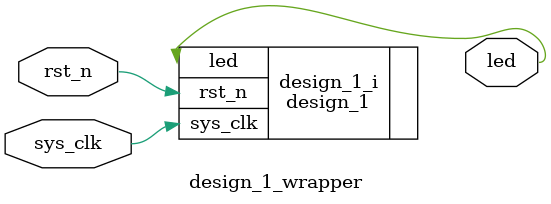
<source format=v>
`timescale 1 ps / 1 ps

module design_1_wrapper
   (led,
    rst_n,
    sys_clk);
  output led;
  input rst_n;
  input sys_clk;

  wire led;
  wire rst_n;
  wire sys_clk;

  design_1 design_1_i
       (.led(led),
        .rst_n(rst_n),
        .sys_clk(sys_clk));
endmodule

</source>
